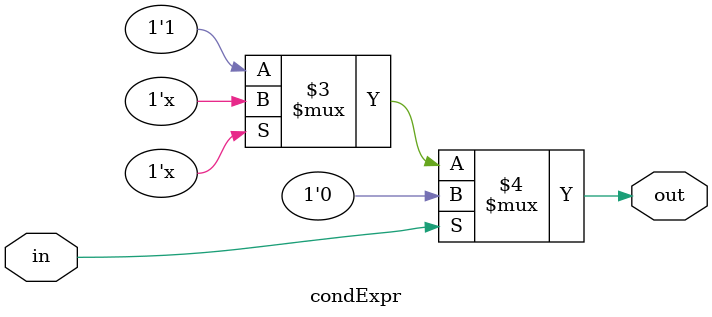
<source format=sv>
module condExpr(
    input in,
    output out
);
logic ass1, ass2, ass3;

assign out = (in == 1'b1) ? 1'b0 : (in == 1'bx) ? 1'bz : 1'b1;

// always_comb begin
//     ass1 = in;
//     ass2 = (in == 1'b1) ? 1'b0 : 1'b1;
//     ass3 = in;
// end
endmodule
</source>
